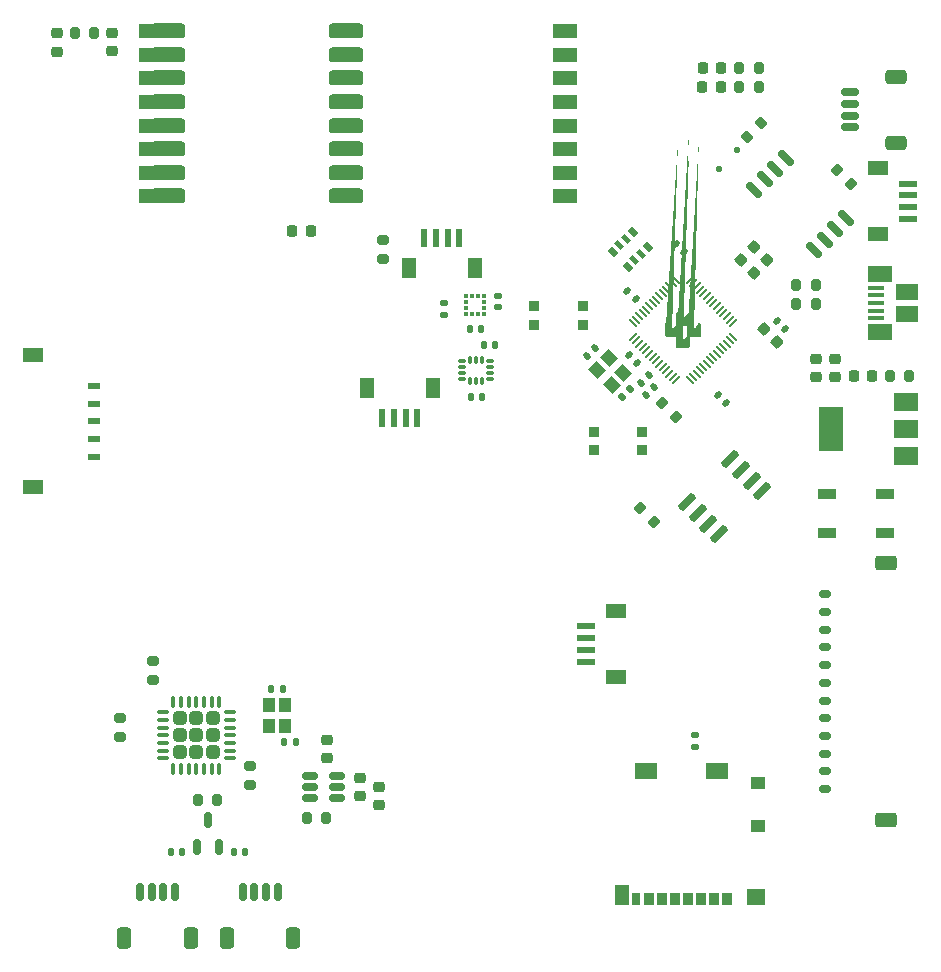
<source format=gbr>
%TF.GenerationSoftware,KiCad,Pcbnew,7.0.1*%
%TF.CreationDate,2024-01-18T19:19:15-07:00*%
%TF.ProjectId,flight_computer_dev_board_rfm98pw,666c6967-6874-45f6-936f-6d7075746572,rev?*%
%TF.SameCoordinates,Original*%
%TF.FileFunction,Paste,Top*%
%TF.FilePolarity,Positive*%
%FSLAX46Y46*%
G04 Gerber Fmt 4.6, Leading zero omitted, Abs format (unit mm)*
G04 Created by KiCad (PCBNEW 7.0.1) date 2024-01-18 19:19:15*
%MOMM*%
%LPD*%
G01*
G04 APERTURE LIST*
G04 Aperture macros list*
%AMRoundRect*
0 Rectangle with rounded corners*
0 $1 Rounding radius*
0 $2 $3 $4 $5 $6 $7 $8 $9 X,Y pos of 4 corners*
0 Add a 4 corners polygon primitive as box body*
4,1,4,$2,$3,$4,$5,$6,$7,$8,$9,$2,$3,0*
0 Add four circle primitives for the rounded corners*
1,1,$1+$1,$2,$3*
1,1,$1+$1,$4,$5*
1,1,$1+$1,$6,$7*
1,1,$1+$1,$8,$9*
0 Add four rect primitives between the rounded corners*
20,1,$1+$1,$2,$3,$4,$5,0*
20,1,$1+$1,$4,$5,$6,$7,0*
20,1,$1+$1,$6,$7,$8,$9,0*
20,1,$1+$1,$8,$9,$2,$3,0*%
%AMRotRect*
0 Rectangle, with rotation*
0 The origin of the aperture is its center*
0 $1 length*
0 $2 width*
0 $3 Rotation angle, in degrees counterclockwise*
0 Add horizontal line*
21,1,$1,$2,0,0,$3*%
%AMFreePoly0*
4,1,51,0.532219,0.614745,0.539696,0.609939,0.548496,0.608674,0.568109,0.591679,0.589937,0.577652,0.593629,0.569566,0.600348,0.563745,0.607658,0.538848,0.618438,0.515244,0.617172,0.506443,0.619677,0.497915,0.619677,-0.497915,0.614745,-0.532219,0.609939,-0.539696,0.608674,-0.548496,0.591679,-0.568109,0.577652,-0.589937,0.569566,-0.593629,0.563745,-0.600348,0.538848,-0.607658,
0.515244,-0.618438,0.506443,-0.617172,0.497915,-0.619677,-0.497915,-0.619677,-0.532219,-0.614745,-0.539696,-0.609939,-0.548496,-0.608674,-0.568109,-0.591679,-0.589937,-0.577652,-0.593629,-0.569566,-0.600348,-0.563745,-0.607658,-0.538848,-0.618438,-0.515244,-0.617172,-0.506443,-0.619677,-0.497915,-0.619677,0.397045,-0.616582,0.418565,-0.616895,0.422927,-0.615620,0.425261,-0.614745,0.431349,
-0.598456,0.456693,-0.584014,0.483144,-0.483144,0.584014,-0.465738,0.597042,-0.462875,0.600348,-0.460322,0.601097,-0.455399,0.604783,-0.425958,0.611187,-0.397045,0.619677,0.497915,0.619677,0.532219,0.614745,0.532219,0.614745,$1*%
%AMFreePoly1*
4,1,51,0.532219,0.614745,0.539696,0.609939,0.548496,0.608674,0.568109,0.591679,0.589937,0.577652,0.593629,0.569566,0.600348,0.563745,0.607658,0.538848,0.618438,0.515244,0.617172,0.506443,0.619677,0.497915,0.619677,-0.497915,0.614745,-0.532219,0.609939,-0.539696,0.608674,-0.548496,0.591679,-0.568109,0.577652,-0.589937,0.569566,-0.593629,0.563745,-0.600348,0.538848,-0.607658,
0.515244,-0.618438,0.506443,-0.617172,0.497915,-0.619677,-0.397045,-0.619677,-0.418563,-0.616583,-0.422927,-0.616895,-0.425261,-0.615620,-0.431349,-0.614745,-0.456693,-0.598456,-0.483144,-0.584014,-0.584014,-0.483144,-0.597044,-0.465737,-0.600348,-0.462875,-0.601097,-0.460323,-0.604783,-0.455400,-0.611187,-0.425956,-0.619677,-0.397045,-0.619677,0.497915,-0.614745,0.532219,-0.609939,0.539696,
-0.608674,0.548496,-0.591679,0.568109,-0.577652,0.589937,-0.569566,0.593629,-0.563745,0.600348,-0.538848,0.607658,-0.515244,0.618438,-0.506443,0.617172,-0.497915,0.619677,0.497915,0.619677,0.532219,0.614745,0.532219,0.614745,$1*%
%AMFreePoly2*
4,1,51,0.418565,0.616582,0.422927,0.616895,0.425261,0.615620,0.431349,0.614745,0.456693,0.598456,0.483144,0.584014,0.584014,0.483144,0.597042,0.465738,0.600348,0.462875,0.601097,0.460322,0.604783,0.455399,0.611187,0.425958,0.619677,0.397045,0.619677,-0.497915,0.614745,-0.532219,0.609939,-0.539696,0.608674,-0.548496,0.591679,-0.568109,0.577652,-0.589937,0.569566,-0.593629,
0.563745,-0.600348,0.538848,-0.607658,0.515244,-0.618438,0.506443,-0.617172,0.497915,-0.619677,-0.497915,-0.619677,-0.532219,-0.614745,-0.539696,-0.609939,-0.548496,-0.608674,-0.568109,-0.591679,-0.589937,-0.577652,-0.593629,-0.569566,-0.600348,-0.563745,-0.607658,-0.538848,-0.618438,-0.515244,-0.617172,-0.506443,-0.619677,-0.497915,-0.619677,0.497915,-0.614745,0.532219,-0.609939,0.539696,
-0.608674,0.548496,-0.591679,0.568109,-0.577652,0.589937,-0.569566,0.593629,-0.563745,0.600348,-0.538848,0.607658,-0.515244,0.618438,-0.506443,0.617172,-0.497915,0.619677,0.397045,0.619677,0.418565,0.616582,0.418565,0.616582,$1*%
%AMFreePoly3*
4,1,51,0.532219,0.614745,0.539696,0.609939,0.548496,0.608674,0.568109,0.591679,0.589937,0.577652,0.593629,0.569566,0.600348,0.563745,0.607658,0.538848,0.618438,0.515244,0.617172,0.506443,0.619677,0.497915,0.619677,-0.397045,0.616583,-0.418563,0.616895,-0.422927,0.615620,-0.425261,0.614745,-0.431349,0.598456,-0.456693,0.584014,-0.483144,0.483144,-0.584014,0.465737,-0.597044,
0.462875,-0.600348,0.460323,-0.601097,0.455400,-0.604783,0.425956,-0.611187,0.397045,-0.619677,-0.497915,-0.619677,-0.532219,-0.614745,-0.539696,-0.609939,-0.548496,-0.608674,-0.568109,-0.591679,-0.589937,-0.577652,-0.593629,-0.569566,-0.600348,-0.563745,-0.607658,-0.538848,-0.618438,-0.515244,-0.617172,-0.506443,-0.619677,-0.497915,-0.619677,0.497915,-0.614745,0.532219,-0.609939,0.539696,
-0.608674,0.548496,-0.591679,0.568109,-0.577652,0.589937,-0.569566,0.593629,-0.563745,0.600348,-0.538848,0.607658,-0.515244,0.618438,-0.506443,0.617172,-0.497915,0.619677,0.497915,0.619677,0.532219,0.614745,0.532219,0.614745,$1*%
G04 Aperture macros list end*
%ADD10RoundRect,0.140000X-0.021213X0.219203X-0.219203X0.021213X0.021213X-0.219203X0.219203X-0.021213X0*%
%ADD11RoundRect,0.225000X0.250000X-0.225000X0.250000X0.225000X-0.250000X0.225000X-0.250000X-0.225000X0*%
%ADD12RoundRect,0.200000X-0.200000X-0.275000X0.200000X-0.275000X0.200000X0.275000X-0.200000X0.275000X0*%
%ADD13RoundRect,0.135000X0.185000X-0.135000X0.185000X0.135000X-0.185000X0.135000X-0.185000X-0.135000X0*%
%ADD14RoundRect,0.150000X-0.150000X-0.625000X0.150000X-0.625000X0.150000X0.625000X-0.150000X0.625000X0*%
%ADD15RoundRect,0.250000X-0.350000X-0.650000X0.350000X-0.650000X0.350000X0.650000X-0.350000X0.650000X0*%
%ADD16RoundRect,0.225000X-0.250000X0.225000X-0.250000X-0.225000X0.250000X-0.225000X0.250000X0.225000X0*%
%ADD17R,2.000000X1.500000*%
%ADD18R,2.000000X3.800000*%
%ADD19R,1.550000X0.600000*%
%ADD20R,1.800000X1.200000*%
%ADD21RoundRect,0.200000X-0.275000X0.200000X-0.275000X-0.200000X0.275000X-0.200000X0.275000X0.200000X0*%
%ADD22RoundRect,0.140000X0.021213X-0.219203X0.219203X-0.021213X-0.021213X0.219203X-0.219203X0.021213X0*%
%ADD23RoundRect,0.218750X0.218750X0.256250X-0.218750X0.256250X-0.218750X-0.256250X0.218750X-0.256250X0*%
%ADD24RotRect,0.800000X0.500000X135.000000*%
%ADD25RotRect,0.800000X0.400000X135.000000*%
%ADD26RoundRect,0.218750X-0.218750X-0.256250X0.218750X-0.256250X0.218750X0.256250X-0.218750X0.256250X0*%
%ADD27R,0.900000X0.900000*%
%ADD28RoundRect,0.140000X-0.140000X-0.170000X0.140000X-0.170000X0.140000X0.170000X-0.140000X0.170000X0*%
%ADD29RoundRect,0.140000X-0.170000X0.140000X-0.170000X-0.140000X0.170000X-0.140000X0.170000X0.140000X0*%
%ADD30RoundRect,0.200000X0.200000X0.275000X-0.200000X0.275000X-0.200000X-0.275000X0.200000X-0.275000X0*%
%ADD31RoundRect,0.225000X0.017678X-0.335876X0.335876X-0.017678X-0.017678X0.335876X-0.335876X0.017678X0*%
%ADD32R,0.600000X1.550000*%
%ADD33R,1.200000X1.800000*%
%ADD34RoundRect,0.135000X-0.035355X0.226274X-0.226274X0.035355X0.035355X-0.226274X0.226274X-0.035355X0*%
%ADD35RotRect,1.150000X1.000000X315.000000*%
%ADD36RoundRect,0.140000X0.219203X0.021213X0.021213X0.219203X-0.219203X-0.021213X-0.021213X-0.219203X0*%
%ADD37RoundRect,0.140000X0.140000X0.170000X-0.140000X0.170000X-0.140000X-0.170000X0.140000X-0.170000X0*%
%ADD38R,1.000000X0.600000*%
%ADD39R,1.800000X1.250000*%
%ADD40R,1.000000X1.150000*%
%ADD41RoundRect,0.150000X-0.512500X-0.150000X0.512500X-0.150000X0.512500X0.150000X-0.512500X0.150000X0*%
%ADD42RoundRect,0.150000X0.150000X-0.512500X0.150000X0.512500X-0.150000X0.512500X-0.150000X-0.512500X0*%
%ADD43RoundRect,0.200000X0.335876X0.053033X0.053033X0.335876X-0.335876X-0.053033X-0.053033X-0.335876X0*%
%ADD44R,2.000000X1.300000*%
%ADD45RoundRect,0.087500X-0.225000X-0.087500X0.225000X-0.087500X0.225000X0.087500X-0.225000X0.087500X0*%
%ADD46RoundRect,0.087500X-0.087500X-0.225000X0.087500X-0.225000X0.087500X0.225000X-0.087500X0.225000X0*%
%ADD47RoundRect,0.225000X-0.335876X-0.017678X-0.017678X-0.335876X0.335876X0.017678X0.017678X0.335876X0*%
%ADD48RoundRect,0.150000X-0.565685X0.353553X0.353553X-0.565685X0.565685X-0.353553X-0.353553X0.565685X0*%
%ADD49RoundRect,0.140000X-0.219203X-0.021213X-0.021213X-0.219203X0.219203X0.021213X0.021213X0.219203X0*%
%ADD50R,1.500000X0.900000*%
%ADD51RoundRect,0.125000X0.000000X-0.176777X0.176777X0.000000X0.000000X0.176777X-0.176777X0.000000X0*%
%ADD52R,0.850000X1.100000*%
%ADD53R,0.750000X1.100000*%
%ADD54R,1.200000X1.000000*%
%ADD55R,1.550000X1.350000*%
%ADD56R,1.900000X1.350000*%
%ADD57R,1.170000X1.800000*%
%ADD58RoundRect,0.150000X0.625000X-0.150000X0.625000X0.150000X-0.625000X0.150000X-0.625000X-0.150000X0*%
%ADD59RoundRect,0.250000X0.650000X-0.350000X0.650000X0.350000X-0.650000X0.350000X-0.650000X-0.350000X0*%
%ADD60RoundRect,0.200000X0.275000X-0.200000X0.275000X0.200000X-0.275000X0.200000X-0.275000X-0.200000X0*%
%ADD61FreePoly0,315.000000*%
%ADD62FreePoly1,315.000000*%
%ADD63FreePoly2,315.000000*%
%ADD64FreePoly3,315.000000*%
%ADD65RoundRect,0.050000X-0.309359X0.238649X0.238649X-0.309359X0.309359X-0.238649X-0.238649X0.309359X0*%
%ADD66RoundRect,0.050000X-0.309359X-0.238649X-0.238649X-0.309359X0.309359X0.238649X0.238649X0.309359X0*%
%ADD67RoundRect,0.317500X1.157500X0.317500X-1.157500X0.317500X-1.157500X-0.317500X1.157500X-0.317500X0*%
%ADD68R,0.375000X0.350000*%
%ADD69R,0.350000X0.375000*%
%ADD70RoundRect,0.225000X0.225000X0.250000X-0.225000X0.250000X-0.225000X-0.250000X0.225000X-0.250000X0*%
%ADD71RoundRect,0.250000X-0.320000X-0.320000X0.320000X-0.320000X0.320000X0.320000X-0.320000X0.320000X0*%
%ADD72RoundRect,0.075000X-0.437500X-0.075000X0.437500X-0.075000X0.437500X0.075000X-0.437500X0.075000X0*%
%ADD73RoundRect,0.075000X-0.075000X-0.437500X0.075000X-0.437500X0.075000X0.437500X-0.075000X0.437500X0*%
%ADD74RoundRect,0.150000X0.350000X-0.150000X0.350000X0.150000X-0.350000X0.150000X-0.350000X-0.150000X0*%
%ADD75RoundRect,0.250000X0.650000X-0.375000X0.650000X0.375000X-0.650000X0.375000X-0.650000X-0.375000X0*%
%ADD76RoundRect,0.200000X-0.335876X-0.053033X-0.053033X-0.335876X0.335876X0.053033X0.053033X0.335876X0*%
%ADD77RoundRect,0.150000X0.406586X0.618718X-0.618718X-0.406586X-0.406586X-0.618718X0.618718X0.406586X0*%
%ADD78RoundRect,0.200000X-0.053033X0.335876X-0.335876X0.053033X0.053033X-0.335876X0.335876X-0.053033X0*%
%ADD79R,1.380000X0.450000*%
%ADD80R,2.100000X1.475000*%
%ADD81R,1.900000X1.375000*%
G04 APERTURE END LIST*
D10*
%TO.C,C11*%
X203079411Y-89110589D03*
X202400589Y-89789411D03*
%TD*%
D11*
%TO.C,C13*%
X217210000Y-89295000D03*
X217210000Y-87745000D03*
%TD*%
D12*
%TO.C,R7*%
X215520000Y-81480000D03*
X217170000Y-81480000D03*
%TD*%
D13*
%TO.C,R15*%
X206960000Y-120650000D03*
X206960000Y-119630000D03*
%TD*%
D14*
%TO.C,J15*%
X159940000Y-132905000D03*
X160940000Y-132905000D03*
X161940000Y-132905000D03*
X162940000Y-132905000D03*
D15*
X158640000Y-136780000D03*
X164240000Y-136780000D03*
%TD*%
D16*
%TO.C,C16*%
X152910000Y-60185000D03*
X152910000Y-61735000D03*
%TD*%
D17*
%TO.C,IC2*%
X224780000Y-95970000D03*
X224780000Y-93670000D03*
X224780000Y-91370000D03*
D18*
X218480000Y-93670000D03*
%TD*%
D19*
%TO.C,J9*%
X224995000Y-75920000D03*
X224995000Y-74920000D03*
X224995000Y-73920000D03*
X224995000Y-72920000D03*
D20*
X222470000Y-77220000D03*
X222470000Y-71620000D03*
%TD*%
D21*
%TO.C,R23*%
X161020000Y-113325000D03*
X161020000Y-114975000D03*
%TD*%
D22*
%TO.C,C4*%
X202780589Y-90849411D03*
X203459411Y-90170589D03*
%TD*%
D23*
%TO.C,D1*%
X209157500Y-63130000D03*
X207582500Y-63130000D03*
%TD*%
D24*
%TO.C,R6*%
X201245736Y-79979848D03*
D25*
X201811421Y-79414163D03*
X202377107Y-78848477D03*
D24*
X202942792Y-78282792D03*
X201670000Y-77010000D03*
D25*
X201104315Y-77575685D03*
X200538629Y-78141371D03*
D24*
X199972944Y-78707056D03*
%TD*%
D11*
%TO.C,C12*%
X218810000Y-89315000D03*
X218810000Y-87765000D03*
%TD*%
D26*
%TO.C,D3*%
X220382500Y-89190000D03*
X221957500Y-89190000D03*
%TD*%
D27*
%TO.C,SW2*%
X202480000Y-93910000D03*
X198380000Y-93910000D03*
X202480000Y-95510000D03*
X198380000Y-95510000D03*
%TD*%
D28*
%TO.C,C32*%
X189040000Y-86550000D03*
X190000000Y-86550000D03*
%TD*%
D29*
%TO.C,C34*%
X190300000Y-82430000D03*
X190300000Y-83390000D03*
%TD*%
D30*
%TO.C,L1*%
X156065000Y-60190000D03*
X154415000Y-60190000D03*
%TD*%
D31*
%TO.C,C3*%
X210853984Y-79396016D03*
X211950000Y-78300000D03*
%TD*%
D32*
%TO.C,J10*%
X187000000Y-77505000D03*
X186000000Y-77505000D03*
X185000000Y-77505000D03*
X184000000Y-77505000D03*
D33*
X188300000Y-80030000D03*
X182700000Y-80030000D03*
%TD*%
D34*
%TO.C,R2*%
X201460624Y-90269376D03*
X200739376Y-90990624D03*
%TD*%
D35*
%TO.C,Y1*%
X198642614Y-88692512D03*
X199880051Y-89929949D03*
X200870000Y-88940000D03*
X199632563Y-87702563D03*
%TD*%
D31*
%TO.C,C8*%
X211931992Y-80468008D03*
X213028008Y-79371992D03*
%TD*%
D36*
%TO.C,C10*%
X201909411Y-82689411D03*
X201230589Y-82010589D03*
%TD*%
D37*
%TO.C,C39*%
X163500000Y-129500000D03*
X162540000Y-129500000D03*
%TD*%
D38*
%TO.C,J14*%
X156090000Y-90035000D03*
X156090000Y-91535000D03*
X156090000Y-93035000D03*
X156090000Y-94535000D03*
X156090000Y-96035000D03*
D39*
X150900000Y-87430000D03*
X150900000Y-98640000D03*
%TD*%
D40*
%TO.C,Y3*%
X172260000Y-118825000D03*
X172260000Y-117075000D03*
X170860000Y-117075000D03*
X170860000Y-118825000D03*
%TD*%
D41*
%TO.C,U10*%
X174350000Y-123060000D03*
X174350000Y-124010000D03*
X174350000Y-124960000D03*
X176625000Y-124960000D03*
X176625000Y-124010000D03*
X176625000Y-123060000D03*
%TD*%
D16*
%TO.C,C15*%
X157560000Y-60175000D03*
X157560000Y-61725000D03*
%TD*%
D42*
%TO.C,D8*%
X164750000Y-129047500D03*
X166650000Y-129047500D03*
X165700000Y-126772500D03*
%TD*%
D43*
%TO.C,R12*%
X220143363Y-72943363D03*
X218976637Y-71776637D03*
%TD*%
D44*
%TO.C,U4*%
X160910000Y-60001499D03*
X160910000Y-62001499D03*
X160910000Y-64001499D03*
X160910000Y-66001499D03*
X160910000Y-68001499D03*
X160910000Y-70001499D03*
X160910000Y-72001499D03*
X160910000Y-74001499D03*
X195910000Y-74001499D03*
X195910000Y-72001499D03*
X195910000Y-70001499D03*
X195910000Y-68001499D03*
X195910000Y-66001499D03*
X195910000Y-64001499D03*
X195910000Y-62001499D03*
X195910000Y-60001499D03*
%TD*%
D19*
%TO.C,J5*%
X197755000Y-110380000D03*
X197755000Y-111380000D03*
X197755000Y-112380000D03*
X197755000Y-113380000D03*
D20*
X200280000Y-109080000D03*
X200280000Y-114680000D03*
%TD*%
D12*
%TO.C,R4*%
X210685000Y-63130000D03*
X212335000Y-63130000D03*
%TD*%
D45*
%TO.C,U7*%
X187257500Y-87970000D03*
X187257500Y-88470000D03*
X187257500Y-88970000D03*
X187257500Y-89470000D03*
D46*
X187920000Y-89632500D03*
X188420000Y-89632500D03*
X188920000Y-89632500D03*
D45*
X189582500Y-89470000D03*
X189582500Y-88970000D03*
X189582500Y-88470000D03*
X189582500Y-87970000D03*
D46*
X188920000Y-87807500D03*
X188420000Y-87807500D03*
X187920000Y-87807500D03*
%TD*%
D10*
%TO.C,C2*%
X198499411Y-86870589D03*
X197820589Y-87549411D03*
%TD*%
D47*
%TO.C,C6*%
X212811992Y-85251992D03*
X213908008Y-86348008D03*
%TD*%
D36*
%TO.C,C9*%
X205989411Y-78729411D03*
X205310589Y-78050589D03*
%TD*%
D32*
%TO.C,J11*%
X180440000Y-92745000D03*
X181440000Y-92745000D03*
X182440000Y-92745000D03*
X183440000Y-92745000D03*
D33*
X179140000Y-90220000D03*
X184740000Y-90220000D03*
%TD*%
D12*
%TO.C,R26*%
X164850000Y-125070000D03*
X166500000Y-125070000D03*
%TD*%
D11*
%TO.C,C42*%
X178580000Y-124755000D03*
X178580000Y-123205000D03*
%TD*%
D28*
%TO.C,C37*%
X172180000Y-120200000D03*
X173140000Y-120200000D03*
%TD*%
D48*
%TO.C,U6*%
X214631454Y-70767377D03*
X213733428Y-71665403D03*
X212835403Y-72563428D03*
X211937377Y-73461454D03*
X217028546Y-78552623D03*
X217926572Y-77654597D03*
X218824597Y-76756572D03*
X219722623Y-75858546D03*
%TD*%
D23*
%TO.C,D2*%
X209137500Y-64730000D03*
X207562500Y-64730000D03*
%TD*%
D49*
%TO.C,C7*%
X208890589Y-90770589D03*
X209569411Y-91449411D03*
%TD*%
D30*
%TO.C,R27*%
X175725000Y-126600000D03*
X174075000Y-126600000D03*
%TD*%
D12*
%TO.C,R8*%
X215525000Y-83070000D03*
X217175000Y-83070000D03*
%TD*%
D50*
%TO.C,LED1*%
X218160000Y-99190000D03*
X218160000Y-102490000D03*
X223060000Y-102490000D03*
X223060000Y-99190000D03*
%TD*%
D49*
%TO.C,C1*%
X201330589Y-87440589D03*
X202009411Y-88119411D03*
%TD*%
D11*
%TO.C,C41*%
X180150000Y-125535000D03*
X180150000Y-123985000D03*
%TD*%
D51*
%TO.C,D4*%
X208964683Y-71637817D03*
X210520317Y-70082183D03*
%TD*%
D12*
%TO.C,R3*%
X210685000Y-64750000D03*
X212335000Y-64750000D03*
%TD*%
D52*
%TO.C,J4*%
X209635000Y-133480000D03*
X208535000Y-133480000D03*
X207435000Y-133480000D03*
X206335000Y-133480000D03*
X205235000Y-133480000D03*
X204135000Y-133480000D03*
X203035000Y-133480000D03*
D53*
X201985000Y-133480000D03*
D54*
X212270000Y-127330000D03*
X212270000Y-123630000D03*
D55*
X212095000Y-133355000D03*
D56*
X208770000Y-122655000D03*
X202800000Y-122655000D03*
D57*
X200775000Y-133130000D03*
%TD*%
D43*
%TO.C,R1*%
X205323363Y-92633363D03*
X204156637Y-91466637D03*
%TD*%
D58*
%TO.C,J7*%
X220050000Y-68150000D03*
X220050000Y-67150000D03*
X220050000Y-66150000D03*
X220050000Y-65150000D03*
D59*
X223925000Y-69450000D03*
X223925000Y-63850000D03*
%TD*%
D60*
%TO.C,R25*%
X169290000Y-123855000D03*
X169290000Y-122205000D03*
%TD*%
D37*
%TO.C,C40*%
X168870000Y-129500000D03*
X167910000Y-129500000D03*
%TD*%
D16*
%TO.C,C43*%
X175750000Y-119995000D03*
X175750000Y-121545000D03*
%TD*%
D61*
%TO.C,IC1*%
X205930000Y-84355406D03*
D62*
X204975406Y-85310000D03*
D63*
X206884594Y-85310000D03*
D64*
X205930000Y-86264594D03*
D65*
X205337798Y-81040843D03*
X205054955Y-81323686D03*
X204772113Y-81606528D03*
X204489270Y-81889371D03*
X204206427Y-82172214D03*
X203923585Y-82455056D03*
X203640742Y-82737899D03*
X203357899Y-83020742D03*
X203075056Y-83303585D03*
X202792214Y-83586427D03*
X202509371Y-83869270D03*
X202226528Y-84152113D03*
X201943686Y-84434955D03*
X201660843Y-84717798D03*
D66*
X201660843Y-85902202D03*
X201943686Y-86185045D03*
X202226528Y-86467887D03*
X202509371Y-86750730D03*
X202792214Y-87033573D03*
X203075056Y-87316415D03*
X203357899Y-87599258D03*
X203640742Y-87882101D03*
X203923585Y-88164944D03*
X204206427Y-88447786D03*
X204489270Y-88730629D03*
X204772113Y-89013472D03*
X205054955Y-89296314D03*
X205337798Y-89579157D03*
D65*
X206522202Y-89579157D03*
X206805045Y-89296314D03*
X207087887Y-89013472D03*
X207370730Y-88730629D03*
X207653573Y-88447786D03*
X207936415Y-88164944D03*
X208219258Y-87882101D03*
X208502101Y-87599258D03*
X208784944Y-87316415D03*
X209067786Y-87033573D03*
X209350629Y-86750730D03*
X209633472Y-86467887D03*
X209916314Y-86185045D03*
X210199157Y-85902202D03*
D66*
X210199157Y-84717798D03*
X209916314Y-84434955D03*
X209633472Y-84152113D03*
X209350629Y-83869270D03*
X209067786Y-83586427D03*
X208784944Y-83303585D03*
X208502101Y-83020742D03*
X208219258Y-82737899D03*
X207936415Y-82455056D03*
X207653573Y-82172214D03*
X207370730Y-81889371D03*
X207087887Y-81606528D03*
X206805045Y-81323686D03*
X206522202Y-81040843D03*
%TD*%
D28*
%TO.C,C31*%
X187860000Y-85190000D03*
X188820000Y-85190000D03*
%TD*%
D67*
%TO.C,U5*%
X177385000Y-74000000D03*
X177385000Y-72000000D03*
X177385000Y-70000000D03*
X177385000Y-68000000D03*
X177385000Y-66000000D03*
X177385000Y-64000000D03*
X177385000Y-62000000D03*
X177385000Y-60000000D03*
X162335000Y-60000000D03*
X162335000Y-62000000D03*
X162335000Y-64000000D03*
X162335000Y-66000000D03*
X162335000Y-68000000D03*
X162335000Y-70000000D03*
X162335000Y-72000000D03*
X162335000Y-74000000D03*
%TD*%
D36*
%TO.C,C5*%
X214538822Y-85218822D03*
X213860000Y-84540000D03*
%TD*%
D60*
%TO.C,R24*%
X158270000Y-119795000D03*
X158270000Y-118145000D03*
%TD*%
D68*
%TO.C,U8*%
X187557500Y-82470000D03*
X187557500Y-82970000D03*
X187557500Y-83470000D03*
X187557500Y-83970000D03*
D69*
X188070000Y-83982500D03*
X188570000Y-83982500D03*
D68*
X189082500Y-83970000D03*
X189082500Y-83470000D03*
X189082500Y-82970000D03*
X189082500Y-82470000D03*
D69*
X188570000Y-82457500D03*
X188070000Y-82457500D03*
%TD*%
D14*
%TO.C,J13*%
X168640000Y-132930000D03*
X169640000Y-132930000D03*
X170640000Y-132930000D03*
X171640000Y-132930000D03*
D15*
X167340000Y-136805000D03*
X172940000Y-136805000D03*
%TD*%
D27*
%TO.C,SW1*%
X197450000Y-83260000D03*
X193350000Y-83260000D03*
X197450000Y-84860000D03*
X193350000Y-84860000D03*
%TD*%
D70*
%TO.C,C14*%
X174405000Y-76950000D03*
X172855000Y-76950000D03*
%TD*%
D28*
%TO.C,C38*%
X171080000Y-115670000D03*
X172040000Y-115670000D03*
%TD*%
D71*
%TO.C,U9*%
X163302500Y-118200000D03*
X163302500Y-119620000D03*
X163302500Y-121040000D03*
X164722500Y-118200000D03*
X164722500Y-119620000D03*
X164722500Y-121040000D03*
X166142500Y-118200000D03*
X166142500Y-119620000D03*
X166142500Y-121040000D03*
D72*
X161885000Y-117670000D03*
X161885000Y-118320000D03*
X161885000Y-118970000D03*
X161885000Y-119620000D03*
X161885000Y-120270000D03*
X161885000Y-120920000D03*
X161885000Y-121570000D03*
D73*
X162772500Y-122457500D03*
X163422500Y-122457500D03*
X164072500Y-122457500D03*
X164722500Y-122457500D03*
X165372500Y-122457500D03*
X166022500Y-122457500D03*
X166672500Y-122457500D03*
D72*
X167560000Y-121570000D03*
X167560000Y-120920000D03*
X167560000Y-120270000D03*
X167560000Y-119620000D03*
X167560000Y-118970000D03*
X167560000Y-118320000D03*
X167560000Y-117670000D03*
D73*
X166672500Y-116782500D03*
X166022500Y-116782500D03*
X165372500Y-116782500D03*
X164722500Y-116782500D03*
X164072500Y-116782500D03*
X163422500Y-116782500D03*
X162772500Y-116782500D03*
%TD*%
D74*
%TO.C,J2*%
X217950000Y-124180000D03*
X217950000Y-122680000D03*
X217950000Y-121180000D03*
X217950000Y-119680000D03*
X217950000Y-118180000D03*
X217950000Y-116680000D03*
X217950000Y-115180000D03*
X217950000Y-113680000D03*
X217950000Y-112180000D03*
X217950000Y-110680000D03*
X217950000Y-109180000D03*
X217950000Y-107680000D03*
D75*
X223140000Y-126785000D03*
X223140000Y-105075000D03*
%TD*%
D29*
%TO.C,C33*%
X185690000Y-83040000D03*
X185690000Y-84000000D03*
%TD*%
D76*
%TO.C,R5*%
X202296637Y-100356637D03*
X203463363Y-101523363D03*
%TD*%
D77*
%TO.C,U3*%
X212627838Y-98956238D03*
X211729813Y-98058213D03*
X210831787Y-97160187D03*
X209933762Y-96262162D03*
X206292162Y-99903762D03*
X207190187Y-100801787D03*
X208088213Y-101699813D03*
X208986238Y-102597838D03*
%TD*%
D78*
%TO.C,R10*%
X212553363Y-67806637D03*
X211386637Y-68973363D03*
%TD*%
D79*
%TO.C,J8*%
X222260000Y-81720000D03*
X222260000Y-82370000D03*
X222260000Y-83020000D03*
X222260000Y-83670000D03*
X222260000Y-84320000D03*
D80*
X222620000Y-85482500D03*
D81*
X224920000Y-83957500D03*
X224920000Y-82082500D03*
D80*
X222620000Y-80557500D03*
%TD*%
D60*
%TO.C,R13*%
X180500000Y-79325000D03*
X180500000Y-77675000D03*
%TD*%
D28*
%TO.C,C35*%
X187970000Y-90950000D03*
X188930000Y-90950000D03*
%TD*%
D30*
%TO.C,R9*%
X225065000Y-89180000D03*
X223415000Y-89180000D03*
%TD*%
M02*

</source>
